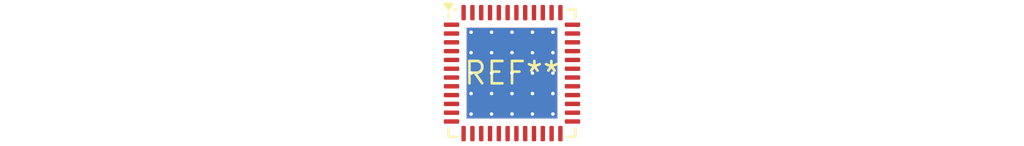
<source format=kicad_pcb>
(kicad_pcb (version 20240108) (generator pcbnew)
  (layers (0 "F.Cu" signal) (31 "B.Cu" signal) (34 "B.Paste" user) (35 "F.Paste" user) (36 "B.SilkS" user "B.Silkscreen") (37 "F.SilkS" user "F.Silkscreen") (38 "B.Mask" user) (39 "F.Mask" user) (44 "Edge.Cuts" user))
  (net 0 "")
  (footprint "QFN-48-1EP_7x7mm_P0.5mm_EP5.15x5.15mm_ThermalVias" (layer "F.Cu") (at 0 0)
    (property "Reference" "REF**")
    (property "Value" "QFN-48-1EP_7x7mm_P0.5mm_EP5.15x5.15mm_ThermalVias")
    (fp_line (start -3.61 -3.135) (end -3.61 -3.37) (layer "F.SilkS") (stroke (width 0.12)))
    (fp_line (start -3.61 3.61) (end -3.61 3.135) (layer "F.SilkS") (stroke (width 0.12)))
    (fp_line (start -3.135 -3.61) (end -3.31 -3.61) (layer "F.SilkS") (stroke (width 0.12)))
    (fp_line (start -3.135 3.61) (end -3.61 3.61) (layer "F.SilkS") (stroke (width 0.12)))
    (fp_line (start 3.135 -3.61) (end 3.61 -3.61) (layer "F.SilkS") (stroke (width 0.12)))
    (fp_line (start 3.135 3.61) (end 3.61 3.61) (layer "F.SilkS") (stroke (width 0.12)))
    (fp_line (start 3.61 -3.61) (end 3.61 -3.135) (layer "F.SilkS") (stroke (width 0.12)))
    (fp_line (start 3.61 3.61) (end 3.61 3.135) (layer "F.SilkS") (stroke (width 0.12)))
    (fp_poly (pts (xy -3.61 -3.61) (xy -3.85 -3.94) (xy -3.37 -3.94) (xy -3.61 -3.61)) (layer "F.SilkS") (stroke (width 0.12)) (fill solid))
    (pad "1" smd roundrect (at -3.4375 -2.75) (size 0.875 0.25) (layers "F.Cu" "F.Paste" "F.Mask"))
    (pad "2" smd roundrect (at -3.4375 -2.25) (size 0.875 0.25) (layers "F.Cu" "F.Paste" "F.Mask"))
    (pad "3" smd roundrect (at -3.4375 -1.75) (size 0.875 0.25) (layers "F.Cu" "F.Paste" "F.Mask"))
    (pad "4" smd roundrect (at -3.4375 -1.25) (size 0.875 0.25) (layers "F.Cu" "F.Paste" "F.Mask"))
    (pad "5" smd roundrect (at -3.4375 -0.75) (size 0.875 0.25) (layers "F.Cu" "F.Paste" "F.Mask"))
    (pad "6" smd roundrect (at -3.4375 -0.25) (size 0.875 0.25) (layers "F.Cu" "F.Paste" "F.Mask"))
    (pad "7" smd roundrect (at -3.4375 0.25) (size 0.875 0.25) (layers "F.Cu" "F.Paste" "F.Mask"))
    (pad "8" smd roundrect (at -3.4375 0.75) (size 0.875 0.25) (layers "F.Cu" "F.Paste" "F.Mask"))
    (pad "9" smd roundrect (at -3.4375 1.25) (size 0.875 0.25) (layers "F.Cu" "F.Paste" "F.Mask"))
    (pad "10" smd roundrect (at -3.4375 1.75) (size 0.875 0.25) (layers "F.Cu" "F.Paste" "F.Mask"))
    (pad "11" smd roundrect (at -3.4375 2.25) (size 0.875 0.25) (layers "F.Cu" "F.Paste" "F.Mask"))
    (pad "12" smd roundrect (at -3.4375 2.75) (size 0.875 0.25) (layers "F.Cu" "F.Paste" "F.Mask"))
    (pad "13" smd roundrect (at -2.75 3.4375) (size 0.25 0.875) (layers "F.Cu" "F.Paste" "F.Mask"))
    (pad "14" smd roundrect (at -2.25 3.4375) (size 0.25 0.875) (layers "F.Cu" "F.Paste" "F.Mask"))
    (pad "15" smd roundrect (at -1.75 3.4375) (size 0.25 0.875) (layers "F.Cu" "F.Paste" "F.Mask"))
    (pad "16" smd roundrect (at -1.25 3.4375) (size 0.25 0.875) (layers "F.Cu" "F.Paste" "F.Mask"))
    (pad "17" smd roundrect (at -0.75 3.4375) (size 0.25 0.875) (layers "F.Cu" "F.Paste" "F.Mask"))
    (pad "18" smd roundrect (at -0.25 3.4375) (size 0.25 0.875) (layers "F.Cu" "F.Paste" "F.Mask"))
    (pad "19" smd roundrect (at 0.25 3.4375) (size 0.25 0.875) (layers "F.Cu" "F.Paste" "F.Mask"))
    (pad "20" smd roundrect (at 0.75 3.4375) (size 0.25 0.875) (layers "F.Cu" "F.Paste" "F.Mask"))
    (pad "21" smd roundrect (at 1.25 3.4375) (size 0.25 0.875) (layers "F.Cu" "F.Paste" "F.Mask"))
    (pad "22" smd roundrect (at 1.75 3.4375) (size 0.25 0.875) (layers "F.Cu" "F.Paste" "F.Mask"))
    (pad "23" smd roundrect (at 2.25 3.4375) (size 0.25 0.875) (layers "F.Cu" "F.Paste" "F.Mask"))
    (pad "24" smd roundrect (at 2.75 3.4375) (size 0.25 0.875) (layers "F.Cu" "F.Paste" "F.Mask"))
    (pad "25" smd roundrect (at 3.4375 2.75) (size 0.875 0.25) (layers "F.Cu" "F.Paste" "F.Mask"))
    (pad "26" smd roundrect (at 3.4375 2.25) (size 0.875 0.25) (layers "F.Cu" "F.Paste" "F.Mask"))
    (pad "27" smd roundrect (at 3.4375 1.75) (size 0.875 0.25) (layers "F.Cu" "F.Paste" "F.Mask"))
    (pad "28" smd roundrect (at 3.4375 1.25) (size 0.875 0.25) (layers "F.Cu" "F.Paste" "F.Mask"))
    (pad "29" smd roundrect (at 3.4375 0.75) (size 0.875 0.25) (layers "F.Cu" "F.Paste" "F.Mask"))
    (pad "30" smd roundrect (at 3.4375 0.25) (size 0.875 0.25) (layers "F.Cu" "F.Paste" "F.Mask"))
    (pad "31" smd roundrect (at 3.4375 -0.25) (size 0.875 0.25) (layers "F.Cu" "F.Paste" "F.Mask"))
    (pad "32" smd roundrect (at 3.4375 -0.75) (size 0.875 0.25) (layers "F.Cu" "F.Paste" "F.Mask"))
    (pad "33" smd roundrect (at 3.4375 -1.25) (size 0.875 0.25) (layers "F.Cu" "F.Paste" "F.Mask"))
    (pad "34" smd roundrect (at 3.4375 -1.75) (size 0.875 0.25) (layers "F.Cu" "F.Paste" "F.Mask"))
    (pad "35" smd roundrect (at 3.4375 -2.25) (size 0.875 0.25) (layers "F.Cu" "F.Paste" "F.Mask"))
    (pad "36" smd roundrect (at 3.4375 -2.75) (size 0.875 0.25) (layers "F.Cu" "F.Paste" "F.Mask"))
    (pad "37" smd roundrect (at 2.75 -3.4375) (size 0.25 0.875) (layers "F.Cu" "F.Paste" "F.Mask"))
    (pad "38" smd roundrect (at 2.25 -3.4375) (size 0.25 0.875) (layers "F.Cu" "F.Paste" "F.Mask"))
    (pad "39" smd roundrect (at 1.75 -3.4375) (size 0.25 0.875) (layers "F.Cu" "F.Paste" "F.Mask"))
    (pad "40" smd roundrect (at 1.25 -3.4375) (size 0.25 0.875) (layers "F.Cu" "F.Paste" "F.Mask"))
    (pad "41" smd roundrect (at 0.75 -3.4375) (size 0.25 0.875) (layers "F.Cu" "F.Paste" "F.Mask"))
    (pad "42" smd roundrect (at 0.25 -3.4375) (size 0.25 0.875) (layers "F.Cu" "F.Paste" "F.Mask"))
    (pad "43" smd roundrect (at -0.25 -3.4375) (size 0.25 0.875) (layers "F.Cu" "F.Paste" "F.Mask"))
    (pad "44" smd roundrect (at -0.75 -3.4375) (size 0.25 0.875) (layers "F.Cu" "F.Paste" "F.Mask"))
    (pad "45" smd roundrect (at -1.25 -3.4375) (size 0.25 0.875) (layers "F.Cu" "F.Paste" "F.Mask"))
    (pad "46" smd roundrect (at -1.75 -3.4375) (size 0.25 0.875) (layers "F.Cu" "F.Paste" "F.Mask"))
    (pad "47" smd roundrect (at -2.25 -3.4375) (size 0.25 0.875) (layers "F.Cu" "F.Paste" "F.Mask"))
    (pad "48" smd roundrect (at -2.75 -3.4375) (size 0.25 0.875) (layers "F.Cu" "F.Paste" "F.Mask"))
    (pad "49" thru_hole circle (at -2.325 -2.325) (size 0.5 0.5) (drill 0.2) (property pad_prop_heatsink) (layers *.Cu) (remove_unused_layers))
    (pad "49" thru_hole circle (at -2.325 -1.1625) (size 0.5 0.5) (drill 0.2) (property pad_prop_heatsink) (layers *.Cu) (remove_unused_layers))
    (pad "49" thru_hole circle (at -2.325 0) (size 0.5 0.5) (drill 0.2) (property pad_prop_heatsink) (layers *.Cu) (remove_unused_layers))
    (pad "49" thru_hole circle (at -2.325 1.1625) (size 0.5 0.5) (drill 0.2) (property pad_prop_heatsink) (layers *.Cu) (remove_unused_layers))
    (pad "49" thru_hole circle (at -2.325 2.325) (size 0.5 0.5) (drill 0.2) (property pad_prop_heatsink) (layers *.Cu) (remove_unused_layers))
    (pad "49" thru_hole circle (at -1.1625 -2.325) (size 0.5 0.5) (drill 0.2) (property pad_prop_heatsink) (layers *.Cu) (remove_unused_layers))
    (pad "49" thru_hole circle (at -1.1625 -1.1625) (size 0.5 0.5) (drill 0.2) (property pad_prop_heatsink) (layers *.Cu) (remove_unused_layers))
    (pad "49" thru_hole circle (at -1.1625 0) (size 0.5 0.5) (drill 0.2) (property pad_prop_heatsink) (layers *.Cu) (remove_unused_layers))
    (pad "49" thru_hole circle (at -1.1625 1.1625) (size 0.5 0.5) (drill 0.2) (property pad_prop_heatsink) (layers *.Cu) (remove_unused_layers))
    (pad "49" thru_hole circle (at -1.1625 2.325) (size 0.5 0.5) (drill 0.2) (property pad_prop_heatsink) (layers *.Cu) (remove_unused_layers))
    (pad "49" thru_hole circle (at 0 -2.325) (size 0.5 0.5) (drill 0.2) (property pad_prop_heatsink) (layers *.Cu) (remove_unused_layers))
    (pad "49" thru_hole circle (at 0 -1.1625) (size 0.5 0.5) (drill 0.2) (property pad_prop_heatsink) (layers *.Cu) (remove_unused_layers))
    (pad "49" thru_hole circle (at 0 0) (size 0.5 0.5) (drill 0.2) (property pad_prop_heatsink) (layers *.Cu) (remove_unused_layers))
    (pad "49" smd rect (at 0 0) (size 5.15 5.15) (property pad_prop_heatsink) (layers "F.Cu" "F.Mask"))
    (pad "49" smd rect (at 0 0) (size 5.15 5.15) (property pad_prop_heatsink) (layers "B.Cu"))
    (pad "49" thru_hole circle (at 0 1.1625) (size 0.5 0.5) (drill 0.2) (property pad_prop_heatsink) (layers *.Cu) (remove_unused_layers))
    (pad "49" thru_hole circle (at 0 2.325) (size 0.5 0.5) (drill 0.2) (property pad_prop_heatsink) (layers *.Cu) (remove_unused_layers))
    (pad "49" thru_hole circle (at 1.1625 -2.325) (size 0.5 0.5) (drill 0.2) (property pad_prop_heatsink) (layers *.Cu) (remove_unused_layers))
    (pad "49" thru_hole circle (at 1.1625 -1.1625) (size 0.5 0.5) (drill 0.2) (property pad_prop_heatsink) (layers *.Cu) (remove_unused_layers))
    (pad "49" thru_hole circle (at 1.1625 0) (size 0.5 0.5) (drill 0.2) (property pad_prop_heatsink) (layers *.Cu) (remove_unused_layers))
    (pad "49" thru_hole circle (at 1.1625 1.1625) (size 0.5 0.5) (drill 0.2) (property pad_prop_heatsink) (layers *.Cu) (remove_unused_layers))
    (pad "49" thru_hole circle (at 1.1625 2.325) (size 0.5 0.5) (drill 0.2) (property pad_prop_heatsink) (layers *.Cu) (remove_unused_layers))
    (pad "49" thru_hole circle (at 2.325 -2.325) (size 0.5 0.5) (drill 0.2) (property pad_prop_heatsink) (layers *.Cu) (remove_unused_layers))
    (pad "49" thru_hole circle (at 2.325 -1.1625) (size 0.5 0.5) (drill 0.2) (property pad_prop_heatsink) (layers *.Cu) (remove_unused_layers))
    (pad "49" thru_hole circle (at 2.325 0) (size 0.5 0.5) (drill 0.2) (property pad_prop_heatsink) (layers *.Cu) (remove_unused_layers))
    (pad "49" thru_hole circle (at 2.325 1.1625) (size 0.5 0.5) (drill 0.2) (property pad_prop_heatsink) (layers *.Cu) (remove_unused_layers))
    (pad "49" thru_hole circle (at 2.325 2.325) (size 0.5 0.5) (drill 0.2) (property pad_prop_heatsink) (layers *.Cu) (remove_unused_layers))
  )
)
</source>
